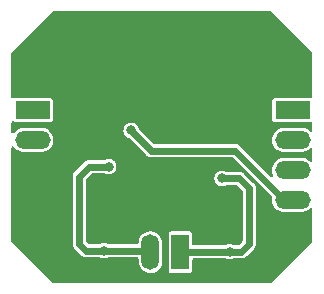
<source format=gbl>
G04 #@! TF.GenerationSoftware,KiCad,Pcbnew,6.0.2-378541a8eb~116~ubuntu20.04.1*
G04 #@! TF.CreationDate,2023-01-27T16:40:07+01:00*
G04 #@! TF.ProjectId,BUCKY_MOTOR_DRIVER,4255434b-595f-44d4-9f54-4f525f445249,rev?*
G04 #@! TF.SameCoordinates,Original*
G04 #@! TF.FileFunction,Copper,L2,Bot*
G04 #@! TF.FilePolarity,Positive*
%FSLAX46Y46*%
G04 Gerber Fmt 4.6, Leading zero omitted, Abs format (unit mm)*
G04 Created by KiCad (PCBNEW 6.0.2-378541a8eb~116~ubuntu20.04.1) date 2023-01-27 16:40:07*
%MOMM*%
%LPD*%
G01*
G04 APERTURE LIST*
G04 #@! TA.AperFunction,ComponentPad*
%ADD10R,1.500000X3.000000*%
G04 #@! TD*
G04 #@! TA.AperFunction,ComponentPad*
%ADD11O,1.500000X3.000000*%
G04 #@! TD*
G04 #@! TA.AperFunction,ComponentPad*
%ADD12R,3.000000X1.500000*%
G04 #@! TD*
G04 #@! TA.AperFunction,ComponentPad*
%ADD13O,3.000000X1.500000*%
G04 #@! TD*
G04 #@! TA.AperFunction,ViaPad*
%ADD14C,0.800000*%
G04 #@! TD*
G04 #@! TA.AperFunction,Conductor*
%ADD15C,0.610000*%
G04 #@! TD*
G04 APERTURE END LIST*
D10*
X134775000Y-68000000D03*
D11*
X132235000Y-68000000D03*
D12*
X144275000Y-55950000D03*
D13*
X144275000Y-58490000D03*
X144275000Y-61030000D03*
X144275000Y-63570000D03*
D12*
X122250000Y-55950000D03*
D13*
X122250000Y-58490000D03*
X122250000Y-61030000D03*
X122250000Y-63570000D03*
D14*
X142000000Y-48400000D03*
X145000000Y-51400000D03*
X145000000Y-66600000D03*
X141800000Y-69800000D03*
X124400000Y-69800000D03*
X121400000Y-67000000D03*
X121600000Y-50600000D03*
X124200000Y-48400000D03*
X123000000Y-49400000D03*
X143400000Y-49800000D03*
X143400000Y-68200000D03*
X123000000Y-68400000D03*
X130600000Y-57700000D03*
X128700000Y-60750000D03*
X128300000Y-67862500D03*
X133600000Y-64300000D03*
X128300000Y-64300000D03*
X138900000Y-64300000D03*
X138937500Y-67962500D03*
X138300000Y-61750000D03*
D15*
X143570000Y-63570000D02*
X144275000Y-63570000D01*
X139400000Y-59400000D02*
X143570000Y-63570000D01*
X130600000Y-57700000D02*
X132300000Y-59400000D01*
X132300000Y-59400000D02*
X139400000Y-59400000D01*
X128700000Y-60750000D02*
X127050000Y-60750000D01*
X126762500Y-67862500D02*
X128300000Y-67862500D01*
X127050000Y-60750000D02*
X126200000Y-61600000D01*
X126200000Y-61600000D02*
X126200000Y-67300000D01*
X128300000Y-67862500D02*
X132097500Y-67862500D01*
X126200000Y-67300000D02*
X126762500Y-67862500D01*
X140600000Y-67300000D02*
X139937500Y-67962500D01*
X139937500Y-67962500D02*
X138937500Y-67962500D01*
X138900000Y-67962500D02*
X134812500Y-67962500D01*
X140600000Y-62600000D02*
X140600000Y-67300000D01*
X138300000Y-61750000D02*
X139750000Y-61750000D01*
X139750000Y-61750000D02*
X140600000Y-62600000D01*
G04 #@! TA.AperFunction,Conductor*
G36*
X142410721Y-47574002D02*
G01*
X142431695Y-47590905D01*
X145909095Y-51068306D01*
X145943121Y-51130618D01*
X145946000Y-51157401D01*
X145946000Y-54821463D01*
X145925998Y-54889584D01*
X145872342Y-54936077D01*
X145807651Y-54946856D01*
X145806132Y-54946706D01*
X145800067Y-54945500D01*
X144275494Y-54945500D01*
X142749934Y-54945501D01*
X142714182Y-54952612D01*
X142687874Y-54957844D01*
X142687872Y-54957845D01*
X142675699Y-54960266D01*
X142665379Y-54967161D01*
X142665378Y-54967162D01*
X142658271Y-54971911D01*
X142591516Y-55016516D01*
X142535266Y-55100699D01*
X142520500Y-55174933D01*
X142520501Y-56725066D01*
X142535266Y-56799301D01*
X142591516Y-56883484D01*
X142675699Y-56939734D01*
X142749933Y-56954500D01*
X142756120Y-56954500D01*
X144275369Y-56954499D01*
X145800066Y-56954499D01*
X145806130Y-56953293D01*
X145807652Y-56953143D01*
X145877405Y-56966372D01*
X145928932Y-57015213D01*
X145946000Y-57078536D01*
X145946000Y-57685321D01*
X145925998Y-57753442D01*
X145872342Y-57799935D01*
X145802068Y-57810039D01*
X145737488Y-57780545D01*
X145728451Y-57771894D01*
X145689131Y-57730314D01*
X145684746Y-57725677D01*
X145638216Y-57693096D01*
X145522815Y-57612292D01*
X145522814Y-57612291D01*
X145517582Y-57608628D01*
X145330297Y-57527582D01*
X145130540Y-57485851D01*
X145125700Y-57485597D01*
X145125697Y-57485597D01*
X145125641Y-57485594D01*
X145123842Y-57485500D01*
X143474003Y-57485500D01*
X143425784Y-57490398D01*
X143328324Y-57500297D01*
X143328322Y-57500297D01*
X143321976Y-57500942D01*
X143127245Y-57561967D01*
X143121656Y-57565065D01*
X143047981Y-57605904D01*
X142948762Y-57660902D01*
X142793818Y-57793705D01*
X142668743Y-57954951D01*
X142665928Y-57960672D01*
X142581460Y-58132332D01*
X142581458Y-58132337D01*
X142578645Y-58138054D01*
X142527206Y-58335533D01*
X142516525Y-58539323D01*
X142547041Y-58741097D01*
X142617506Y-58932615D01*
X142725041Y-59106051D01*
X142865254Y-59254323D01*
X142870484Y-59257985D01*
X142870485Y-59257986D01*
X142962180Y-59322191D01*
X143032418Y-59371372D01*
X143219703Y-59452418D01*
X143419460Y-59494149D01*
X143424300Y-59494403D01*
X143424303Y-59494403D01*
X143424359Y-59494406D01*
X143426158Y-59494500D01*
X145075997Y-59494500D01*
X145124216Y-59489602D01*
X145221676Y-59479703D01*
X145221678Y-59479703D01*
X145228024Y-59479058D01*
X145422755Y-59418033D01*
X145601238Y-59319098D01*
X145738002Y-59201877D01*
X145802741Y-59172733D01*
X145872960Y-59183215D01*
X145926364Y-59229997D01*
X145946000Y-59297545D01*
X145946000Y-60225321D01*
X145925998Y-60293442D01*
X145872342Y-60339935D01*
X145802068Y-60350039D01*
X145737488Y-60320545D01*
X145728451Y-60311894D01*
X145689131Y-60270314D01*
X145684746Y-60265677D01*
X145661392Y-60249324D01*
X145522815Y-60152292D01*
X145522814Y-60152291D01*
X145517582Y-60148628D01*
X145330297Y-60067582D01*
X145130540Y-60025851D01*
X145125700Y-60025597D01*
X145125697Y-60025597D01*
X145125641Y-60025594D01*
X145123842Y-60025500D01*
X143474003Y-60025500D01*
X143425784Y-60030398D01*
X143328324Y-60040297D01*
X143328322Y-60040297D01*
X143321976Y-60040942D01*
X143127245Y-60101967D01*
X142948762Y-60200902D01*
X142793818Y-60333705D01*
X142668743Y-60494951D01*
X142665928Y-60500672D01*
X142581460Y-60672332D01*
X142581458Y-60672337D01*
X142578645Y-60678054D01*
X142527206Y-60875533D01*
X142524842Y-60920641D01*
X142517508Y-61060571D01*
X142516525Y-61079323D01*
X142547041Y-61281097D01*
X142617506Y-61472615D01*
X142620875Y-61478048D01*
X142623667Y-61483773D01*
X142622523Y-61484331D01*
X142639611Y-61546236D01*
X142618503Y-61614023D01*
X142564098Y-61659636D01*
X142493669Y-61668595D01*
X142424535Y-61633282D01*
X139806389Y-59015137D01*
X139802735Y-59011328D01*
X139765805Y-58971167D01*
X139759992Y-58964845D01*
X139722324Y-58941489D01*
X139712548Y-58934770D01*
X139684087Y-58913167D01*
X139684082Y-58913164D01*
X139677243Y-58907973D01*
X139669259Y-58904812D01*
X139669256Y-58904810D01*
X139662863Y-58902279D01*
X139642853Y-58892215D01*
X139637011Y-58888593D01*
X139637010Y-58888592D01*
X139629709Y-58884066D01*
X139602071Y-58876037D01*
X139587158Y-58871704D01*
X139575928Y-58867859D01*
X139542703Y-58854704D01*
X139542696Y-58854702D01*
X139534714Y-58851542D01*
X139526174Y-58850644D01*
X139526172Y-58850644D01*
X139519329Y-58849925D01*
X139497348Y-58845612D01*
X139488842Y-58843141D01*
X139488843Y-58843141D01*
X139482502Y-58841299D01*
X139475104Y-58840756D01*
X139473929Y-58840669D01*
X139473918Y-58840669D01*
X139471622Y-58840500D01*
X139436258Y-58840500D01*
X139423088Y-58839810D01*
X139390805Y-58836417D01*
X139382261Y-58835519D01*
X139373789Y-58836952D01*
X139373787Y-58836952D01*
X139363247Y-58838735D01*
X139342234Y-58840500D01*
X132583943Y-58840500D01*
X132515822Y-58820498D01*
X132494848Y-58803595D01*
X131263280Y-57572028D01*
X131234509Y-57527471D01*
X131186964Y-57401649D01*
X131184280Y-57394546D01*
X131094553Y-57263992D01*
X130976275Y-57158611D01*
X130968889Y-57154700D01*
X130842988Y-57088039D01*
X130842989Y-57088039D01*
X130836274Y-57084484D01*
X130682633Y-57045892D01*
X130675034Y-57045852D01*
X130675033Y-57045852D01*
X130609181Y-57045507D01*
X130524221Y-57045062D01*
X130516841Y-57046834D01*
X130516839Y-57046834D01*
X130377563Y-57080271D01*
X130377560Y-57080272D01*
X130370184Y-57082043D01*
X130229414Y-57154700D01*
X130110039Y-57258838D01*
X130018950Y-57388444D01*
X130016190Y-57395524D01*
X129964746Y-57527471D01*
X129961406Y-57536037D01*
X129960414Y-57543570D01*
X129960414Y-57543571D01*
X129941753Y-57685321D01*
X129940729Y-57693096D01*
X129949421Y-57771825D01*
X129952525Y-57799935D01*
X129958113Y-57850553D01*
X129960723Y-57857684D01*
X129960723Y-57857686D01*
X129996317Y-57954951D01*
X130012553Y-57999319D01*
X130100908Y-58130805D01*
X130106527Y-58135918D01*
X130106528Y-58135919D01*
X130115662Y-58144230D01*
X130218076Y-58237419D01*
X130357293Y-58313008D01*
X130364635Y-58314934D01*
X130364637Y-58314935D01*
X130411683Y-58327277D01*
X130468805Y-58360058D01*
X131893611Y-59784863D01*
X131897265Y-59788672D01*
X131940008Y-59835155D01*
X131977676Y-59858511D01*
X131987452Y-59865230D01*
X132015913Y-59886833D01*
X132015918Y-59886836D01*
X132022757Y-59892027D01*
X132030741Y-59895188D01*
X132030744Y-59895190D01*
X132037137Y-59897721D01*
X132057147Y-59907785D01*
X132070291Y-59915934D01*
X132097929Y-59923963D01*
X132112842Y-59928296D01*
X132124072Y-59932141D01*
X132157297Y-59945296D01*
X132157304Y-59945298D01*
X132165286Y-59948458D01*
X132173826Y-59949356D01*
X132173828Y-59949356D01*
X132180671Y-59950075D01*
X132202653Y-59954388D01*
X132217498Y-59958701D01*
X132224896Y-59959244D01*
X132226071Y-59959331D01*
X132226082Y-59959331D01*
X132228378Y-59959500D01*
X132263742Y-59959500D01*
X132276912Y-59960190D01*
X132317739Y-59964481D01*
X132326211Y-59963048D01*
X132326213Y-59963048D01*
X132336753Y-59961265D01*
X132357766Y-59959500D01*
X139116057Y-59959500D01*
X139184178Y-59979502D01*
X139205152Y-59996405D01*
X142496240Y-63287493D01*
X142530266Y-63349805D01*
X142529188Y-63402953D01*
X142529791Y-63403046D01*
X142529095Y-63407542D01*
X142529079Y-63408340D01*
X142528814Y-63409357D01*
X142528813Y-63409363D01*
X142527206Y-63415533D01*
X142516525Y-63619323D01*
X142547041Y-63821097D01*
X142617506Y-64012615D01*
X142725041Y-64186051D01*
X142865254Y-64334323D01*
X142870484Y-64337985D01*
X142870485Y-64337986D01*
X142962180Y-64402191D01*
X143032418Y-64451372D01*
X143219703Y-64532418D01*
X143419460Y-64574149D01*
X143424300Y-64574403D01*
X143424303Y-64574403D01*
X143424359Y-64574406D01*
X143426158Y-64574500D01*
X145075997Y-64574500D01*
X145124216Y-64569602D01*
X145221676Y-64559703D01*
X145221678Y-64559703D01*
X145228024Y-64559058D01*
X145422755Y-64498033D01*
X145601238Y-64399098D01*
X145738002Y-64281877D01*
X145802741Y-64252733D01*
X145872960Y-64263215D01*
X145926364Y-64309997D01*
X145946000Y-64377545D01*
X145946000Y-67042599D01*
X145925998Y-67110720D01*
X145909095Y-67131694D01*
X142431695Y-70609095D01*
X142369383Y-70643121D01*
X142342600Y-70646000D01*
X124057401Y-70646000D01*
X123989280Y-70625998D01*
X123968306Y-70609095D01*
X120490905Y-67131695D01*
X120456879Y-67069383D01*
X120454000Y-67042600D01*
X120454000Y-61617739D01*
X125635519Y-61617739D01*
X125636952Y-61626211D01*
X125636952Y-61626213D01*
X125638735Y-61636753D01*
X125640500Y-61657766D01*
X125640500Y-67284819D01*
X125640389Y-67290096D01*
X125637746Y-67353148D01*
X125646116Y-67388835D01*
X125647867Y-67396299D01*
X125650030Y-67407971D01*
X125654788Y-67442703D01*
X125656044Y-67451875D01*
X125659455Y-67459757D01*
X125659455Y-67459758D01*
X125662186Y-67466069D01*
X125669218Y-67487332D01*
X125670788Y-67494024D01*
X125672751Y-67502392D01*
X125676891Y-67509922D01*
X125676891Y-67509923D01*
X125694101Y-67541229D01*
X125699323Y-67551888D01*
X125716924Y-67592561D01*
X125722331Y-67599237D01*
X125722331Y-67599238D01*
X125726654Y-67604576D01*
X125739153Y-67623175D01*
X125746601Y-67636724D01*
X125753729Y-67644982D01*
X125778732Y-67669985D01*
X125787557Y-67679785D01*
X125813395Y-67711692D01*
X125820397Y-67716668D01*
X125820400Y-67716671D01*
X125829118Y-67722867D01*
X125845223Y-67736476D01*
X126356123Y-68247375D01*
X126359777Y-68251185D01*
X126402508Y-68297655D01*
X126440176Y-68321011D01*
X126449952Y-68327730D01*
X126478416Y-68349335D01*
X126478419Y-68349337D01*
X126485257Y-68354527D01*
X126493237Y-68357686D01*
X126493243Y-68357690D01*
X126499639Y-68360222D01*
X126519648Y-68370285D01*
X126532791Y-68378434D01*
X126575348Y-68390798D01*
X126586577Y-68394643D01*
X126619797Y-68407796D01*
X126619801Y-68407797D01*
X126627785Y-68410958D01*
X126636328Y-68411856D01*
X126636329Y-68411856D01*
X126639251Y-68412163D01*
X126643164Y-68412574D01*
X126665150Y-68416887D01*
X126679998Y-68421201D01*
X126686575Y-68421684D01*
X126688571Y-68421831D01*
X126688582Y-68421831D01*
X126690878Y-68422000D01*
X126726241Y-68422000D01*
X126739411Y-68422690D01*
X126771694Y-68426083D01*
X126771695Y-68426083D01*
X126780239Y-68426981D01*
X126788711Y-68425548D01*
X126788713Y-68425548D01*
X126799253Y-68423765D01*
X126820266Y-68422000D01*
X127926744Y-68422000D01*
X127986866Y-68437269D01*
X128057293Y-68475508D01*
X128210522Y-68515707D01*
X128294477Y-68517026D01*
X128361319Y-68518076D01*
X128361322Y-68518076D01*
X128368916Y-68518195D01*
X128523332Y-68482829D01*
X128617565Y-68435435D01*
X128674179Y-68422000D01*
X131104500Y-68422000D01*
X131172621Y-68442002D01*
X131219114Y-68495658D01*
X131230500Y-68548000D01*
X131230500Y-68800997D01*
X131245942Y-68953024D01*
X131306967Y-69147755D01*
X131405902Y-69326238D01*
X131538705Y-69481182D01*
X131699951Y-69606257D01*
X131705673Y-69609072D01*
X131705672Y-69609072D01*
X131877332Y-69693540D01*
X131877337Y-69693542D01*
X131883054Y-69696355D01*
X131889227Y-69697963D01*
X131889230Y-69697964D01*
X131995919Y-69725754D01*
X132080533Y-69747794D01*
X132182428Y-69753135D01*
X132277942Y-69758141D01*
X132277946Y-69758141D01*
X132284323Y-69758475D01*
X132486097Y-69727959D01*
X132677615Y-69657494D01*
X132851051Y-69549959D01*
X132999323Y-69409746D01*
X133116372Y-69242582D01*
X133197418Y-69055297D01*
X133239149Y-68855540D01*
X133239500Y-68848842D01*
X133239500Y-67199003D01*
X133224058Y-67046976D01*
X133163033Y-66852245D01*
X133064098Y-66673762D01*
X132931295Y-66518818D01*
X132874719Y-66474933D01*
X133770500Y-66474933D01*
X133770501Y-69525066D01*
X133785266Y-69599301D01*
X133841516Y-69683484D01*
X133925699Y-69739734D01*
X133999933Y-69754500D01*
X134774874Y-69754500D01*
X135550066Y-69754499D01*
X135591877Y-69746183D01*
X135612126Y-69742156D01*
X135612128Y-69742155D01*
X135624301Y-69739734D01*
X135634621Y-69732839D01*
X135634622Y-69732838D01*
X135698168Y-69690377D01*
X135708484Y-69683484D01*
X135764734Y-69599301D01*
X135779500Y-69525067D01*
X135779500Y-68648000D01*
X135799502Y-68579879D01*
X135853158Y-68533386D01*
X135905500Y-68522000D01*
X138564244Y-68522000D01*
X138624366Y-68537269D01*
X138694793Y-68575508D01*
X138848022Y-68615707D01*
X138931977Y-68617026D01*
X138998819Y-68618076D01*
X138998822Y-68618076D01*
X139006416Y-68618195D01*
X139160832Y-68582829D01*
X139255065Y-68535435D01*
X139311679Y-68522000D01*
X139922319Y-68522000D01*
X139927596Y-68522111D01*
X139990648Y-68524754D01*
X140033802Y-68514632D01*
X140045468Y-68512471D01*
X140055676Y-68511072D01*
X140080866Y-68507622D01*
X140080869Y-68507621D01*
X140089375Y-68506456D01*
X140097257Y-68503045D01*
X140097258Y-68503045D01*
X140103569Y-68500314D01*
X140124832Y-68493282D01*
X140131524Y-68491712D01*
X140131526Y-68491711D01*
X140139892Y-68489749D01*
X140147423Y-68485609D01*
X140178729Y-68468399D01*
X140189388Y-68463177D01*
X140222177Y-68448988D01*
X140222178Y-68448987D01*
X140230061Y-68445576D01*
X140242076Y-68435846D01*
X140260677Y-68423346D01*
X140274224Y-68415899D01*
X140282482Y-68408771D01*
X140307485Y-68383768D01*
X140317285Y-68374943D01*
X140335464Y-68360222D01*
X140349192Y-68349105D01*
X140360366Y-68333381D01*
X140373979Y-68317273D01*
X140984863Y-67706389D01*
X140988672Y-67702735D01*
X141013630Y-67679785D01*
X141035155Y-67659992D01*
X141043448Y-67646618D01*
X141058510Y-67622324D01*
X141065234Y-67612540D01*
X141086834Y-67584083D01*
X141092026Y-67577243D01*
X141095189Y-67569254D01*
X141097719Y-67562865D01*
X141107784Y-67542854D01*
X141111405Y-67537014D01*
X141111406Y-67537011D01*
X141115934Y-67529709D01*
X141121683Y-67509923D01*
X141128300Y-67487147D01*
X141132145Y-67475918D01*
X141145296Y-67442703D01*
X141145297Y-67442699D01*
X141148458Y-67434715D01*
X141150074Y-67419336D01*
X141154388Y-67397346D01*
X141154693Y-67396299D01*
X141158701Y-67382502D01*
X141159500Y-67371622D01*
X141159500Y-67336259D01*
X141160190Y-67323089D01*
X141163583Y-67290806D01*
X141163583Y-67290805D01*
X141164481Y-67282261D01*
X141161265Y-67263247D01*
X141159500Y-67242234D01*
X141159500Y-62615182D01*
X141159611Y-62609905D01*
X141161019Y-62576311D01*
X141162254Y-62546852D01*
X141159241Y-62534005D01*
X141152132Y-62503695D01*
X141149969Y-62492023D01*
X141145122Y-62456640D01*
X141143956Y-62448125D01*
X141137818Y-62433941D01*
X141130781Y-62412665D01*
X141129212Y-62405973D01*
X141129211Y-62405970D01*
X141127250Y-62397609D01*
X141123112Y-62390082D01*
X141123110Y-62390077D01*
X141105899Y-62358771D01*
X141100676Y-62348111D01*
X141092623Y-62329502D01*
X141083076Y-62307439D01*
X141073342Y-62295419D01*
X141060844Y-62276820D01*
X141056578Y-62269059D01*
X141056577Y-62269057D01*
X141053399Y-62263277D01*
X141046271Y-62255018D01*
X141021268Y-62230015D01*
X141012443Y-62220215D01*
X140992011Y-62194984D01*
X140986605Y-62188308D01*
X140970881Y-62177134D01*
X140954773Y-62163521D01*
X140156389Y-61365137D01*
X140152735Y-61361328D01*
X140124612Y-61330744D01*
X140109992Y-61314845D01*
X140072324Y-61291489D01*
X140062548Y-61284770D01*
X140034087Y-61263167D01*
X140034082Y-61263164D01*
X140027243Y-61257973D01*
X140019259Y-61254812D01*
X140019256Y-61254810D01*
X140012863Y-61252279D01*
X139992853Y-61242215D01*
X139987011Y-61238593D01*
X139987010Y-61238592D01*
X139979709Y-61234066D01*
X139952071Y-61226037D01*
X139937158Y-61221704D01*
X139925928Y-61217859D01*
X139892703Y-61204704D01*
X139892696Y-61204702D01*
X139884714Y-61201542D01*
X139876174Y-61200644D01*
X139876172Y-61200644D01*
X139869329Y-61199925D01*
X139847348Y-61195612D01*
X139838842Y-61193141D01*
X139838843Y-61193141D01*
X139832502Y-61191299D01*
X139825104Y-61190756D01*
X139823929Y-61190669D01*
X139823918Y-61190669D01*
X139821622Y-61190500D01*
X139786258Y-61190500D01*
X139773088Y-61189810D01*
X139740805Y-61186417D01*
X139732261Y-61185519D01*
X139723789Y-61186952D01*
X139723787Y-61186952D01*
X139713247Y-61188735D01*
X139692234Y-61190500D01*
X138673368Y-61190500D01*
X138614409Y-61175854D01*
X138542987Y-61138038D01*
X138542984Y-61138037D01*
X138536274Y-61134484D01*
X138382633Y-61095892D01*
X138375034Y-61095852D01*
X138375033Y-61095852D01*
X138309181Y-61095507D01*
X138224221Y-61095062D01*
X138216841Y-61096834D01*
X138216839Y-61096834D01*
X138077563Y-61130271D01*
X138077560Y-61130272D01*
X138070184Y-61132043D01*
X137929414Y-61204700D01*
X137810039Y-61308838D01*
X137718950Y-61438444D01*
X137698128Y-61491851D01*
X137664964Y-61576912D01*
X137661406Y-61586037D01*
X137660414Y-61593570D01*
X137660414Y-61593571D01*
X137642941Y-61726295D01*
X137640729Y-61743096D01*
X137641563Y-61750646D01*
X137653878Y-61862191D01*
X137658113Y-61900553D01*
X137660723Y-61907684D01*
X137660723Y-61907686D01*
X137707095Y-62034403D01*
X137712553Y-62049319D01*
X137716789Y-62055622D01*
X137716789Y-62055623D01*
X137789294Y-62163521D01*
X137800908Y-62180805D01*
X137806527Y-62185918D01*
X137806528Y-62185919D01*
X137884393Y-62256770D01*
X137918076Y-62287419D01*
X138057293Y-62363008D01*
X138210522Y-62403207D01*
X138294477Y-62404526D01*
X138361319Y-62405576D01*
X138361322Y-62405576D01*
X138368916Y-62405695D01*
X138523332Y-62370329D01*
X138617565Y-62322935D01*
X138674179Y-62309500D01*
X139466057Y-62309500D01*
X139534178Y-62329502D01*
X139555152Y-62346405D01*
X140003595Y-62794848D01*
X140037621Y-62857160D01*
X140040500Y-62883943D01*
X140040500Y-67016058D01*
X140020498Y-67084179D01*
X140003595Y-67105153D01*
X139742653Y-67366095D01*
X139680341Y-67400121D01*
X139653558Y-67403000D01*
X139310868Y-67403000D01*
X139251909Y-67388354D01*
X139180487Y-67350538D01*
X139180484Y-67350537D01*
X139173774Y-67346984D01*
X139020133Y-67308392D01*
X139012534Y-67308352D01*
X139012533Y-67308352D01*
X138946681Y-67308007D01*
X138861721Y-67307562D01*
X138854341Y-67309334D01*
X138854339Y-67309334D01*
X138715063Y-67342771D01*
X138715060Y-67342772D01*
X138707684Y-67344543D01*
X138665928Y-67366095D01*
X138621616Y-67388966D01*
X138563826Y-67403000D01*
X135905499Y-67403000D01*
X135837378Y-67382998D01*
X135790885Y-67329342D01*
X135779499Y-67277000D01*
X135779499Y-66474934D01*
X135764734Y-66400699D01*
X135708484Y-66316516D01*
X135624301Y-66260266D01*
X135550067Y-66245500D01*
X134775126Y-66245500D01*
X133999934Y-66245501D01*
X133967902Y-66251872D01*
X133937874Y-66257844D01*
X133937872Y-66257845D01*
X133925699Y-66260266D01*
X133915379Y-66267161D01*
X133915378Y-66267162D01*
X133863187Y-66302036D01*
X133841516Y-66316516D01*
X133785266Y-66400699D01*
X133770500Y-66474933D01*
X132874719Y-66474933D01*
X132770049Y-66393743D01*
X132661439Y-66340300D01*
X132592668Y-66306460D01*
X132592663Y-66306458D01*
X132586946Y-66303645D01*
X132580773Y-66302037D01*
X132580770Y-66302036D01*
X132446884Y-66267162D01*
X132389467Y-66252206D01*
X132284548Y-66246707D01*
X132192058Y-66241859D01*
X132192054Y-66241859D01*
X132185677Y-66241525D01*
X131983903Y-66272041D01*
X131792385Y-66342506D01*
X131618949Y-66450041D01*
X131470677Y-66590254D01*
X131353628Y-66757418D01*
X131272582Y-66944703D01*
X131230851Y-67144460D01*
X131230500Y-67151158D01*
X131230500Y-67177000D01*
X131210498Y-67245121D01*
X131156842Y-67291614D01*
X131104500Y-67303000D01*
X128673368Y-67303000D01*
X128614409Y-67288354D01*
X128542987Y-67250538D01*
X128542984Y-67250537D01*
X128536274Y-67246984D01*
X128382633Y-67208392D01*
X128375034Y-67208352D01*
X128375033Y-67208352D01*
X128309181Y-67208007D01*
X128224221Y-67207562D01*
X128216841Y-67209334D01*
X128216839Y-67209334D01*
X128077563Y-67242771D01*
X128077560Y-67242772D01*
X128070184Y-67244543D01*
X128063439Y-67248024D01*
X128063440Y-67248024D01*
X127984116Y-67288966D01*
X127926326Y-67303000D01*
X127046444Y-67303000D01*
X126978323Y-67282998D01*
X126957349Y-67266096D01*
X126796405Y-67105153D01*
X126762380Y-67042841D01*
X126759500Y-67016057D01*
X126759500Y-61883943D01*
X126779502Y-61815822D01*
X126796405Y-61794848D01*
X127244848Y-61346405D01*
X127307160Y-61312379D01*
X127333943Y-61309500D01*
X128326744Y-61309500D01*
X128386866Y-61324769D01*
X128457293Y-61363008D01*
X128610522Y-61403207D01*
X128694477Y-61404526D01*
X128761319Y-61405576D01*
X128761322Y-61405576D01*
X128768916Y-61405695D01*
X128923332Y-61370329D01*
X129013919Y-61324769D01*
X129058072Y-61302563D01*
X129058075Y-61302561D01*
X129064855Y-61299151D01*
X129070626Y-61294222D01*
X129070629Y-61294220D01*
X129179536Y-61201204D01*
X129179536Y-61201203D01*
X129185314Y-61196269D01*
X129277755Y-61067624D01*
X129336842Y-60920641D01*
X129359162Y-60763807D01*
X129359307Y-60750000D01*
X129340276Y-60592733D01*
X129284280Y-60444546D01*
X129245239Y-60387741D01*
X129198855Y-60320251D01*
X129198854Y-60320249D01*
X129194553Y-60313992D01*
X129184882Y-60305375D01*
X129136214Y-60262014D01*
X129076275Y-60208611D01*
X128936274Y-60134484D01*
X128782633Y-60095892D01*
X128775034Y-60095852D01*
X128775033Y-60095852D01*
X128709181Y-60095507D01*
X128624221Y-60095062D01*
X128616841Y-60096834D01*
X128616839Y-60096834D01*
X128477563Y-60130271D01*
X128477560Y-60130272D01*
X128470184Y-60132043D01*
X128463439Y-60135524D01*
X128463440Y-60135524D01*
X128384116Y-60176466D01*
X128326326Y-60190500D01*
X127065182Y-60190500D01*
X127059905Y-60190389D01*
X127058931Y-60190348D01*
X126996852Y-60187746D01*
X126988487Y-60189708D01*
X126953695Y-60197868D01*
X126942023Y-60200031D01*
X126935665Y-60200902D01*
X126898125Y-60206044D01*
X126890239Y-60209457D01*
X126890238Y-60209457D01*
X126883942Y-60212182D01*
X126862665Y-60219219D01*
X126855973Y-60220788D01*
X126855970Y-60220789D01*
X126847609Y-60222750D01*
X126840082Y-60226888D01*
X126840077Y-60226890D01*
X126808771Y-60244101D01*
X126798111Y-60249324D01*
X126757439Y-60266924D01*
X126750761Y-60272332D01*
X126745420Y-60276657D01*
X126726824Y-60289154D01*
X126713277Y-60296601D01*
X126705018Y-60303729D01*
X126680015Y-60328732D01*
X126670215Y-60337557D01*
X126638308Y-60363395D01*
X126633333Y-60370396D01*
X126633332Y-60370397D01*
X126627134Y-60379119D01*
X126613521Y-60395227D01*
X125815137Y-61193611D01*
X125811328Y-61197265D01*
X125764845Y-61240008D01*
X125750486Y-61263167D01*
X125741493Y-61277671D01*
X125734770Y-61287452D01*
X125713167Y-61315913D01*
X125713164Y-61315918D01*
X125707973Y-61322757D01*
X125704812Y-61330741D01*
X125704810Y-61330744D01*
X125702279Y-61337137D01*
X125692215Y-61357147D01*
X125689623Y-61361328D01*
X125684066Y-61370291D01*
X125681670Y-61378539D01*
X125671704Y-61412842D01*
X125667859Y-61424072D01*
X125654704Y-61457297D01*
X125654702Y-61457304D01*
X125651542Y-61465286D01*
X125650644Y-61473826D01*
X125650644Y-61473828D01*
X125649925Y-61480671D01*
X125645612Y-61502652D01*
X125641299Y-61517498D01*
X125640500Y-61528378D01*
X125640500Y-61563742D01*
X125639810Y-61576912D01*
X125635519Y-61617739D01*
X120454000Y-61617739D01*
X120454000Y-59151553D01*
X120474002Y-59083432D01*
X120527658Y-59036939D01*
X120597932Y-59026835D01*
X120662512Y-59056329D01*
X120687084Y-59085154D01*
X120700041Y-59106051D01*
X120840254Y-59254323D01*
X120845484Y-59257985D01*
X120845485Y-59257986D01*
X120937180Y-59322191D01*
X121007418Y-59371372D01*
X121194703Y-59452418D01*
X121394460Y-59494149D01*
X121399300Y-59494403D01*
X121399303Y-59494403D01*
X121399359Y-59494406D01*
X121401158Y-59494500D01*
X123050997Y-59494500D01*
X123099216Y-59489602D01*
X123196676Y-59479703D01*
X123196678Y-59479703D01*
X123203024Y-59479058D01*
X123397755Y-59418033D01*
X123576238Y-59319098D01*
X123731182Y-59186295D01*
X123856257Y-59025049D01*
X123898914Y-58938359D01*
X123943540Y-58847668D01*
X123943542Y-58847663D01*
X123946355Y-58841946D01*
X123997794Y-58644467D01*
X124008475Y-58440677D01*
X123977959Y-58238903D01*
X123907494Y-58047385D01*
X123799959Y-57873949D01*
X123659746Y-57725677D01*
X123613216Y-57693096D01*
X123497815Y-57612292D01*
X123497814Y-57612291D01*
X123492582Y-57608628D01*
X123305297Y-57527582D01*
X123105540Y-57485851D01*
X123100700Y-57485597D01*
X123100697Y-57485597D01*
X123100641Y-57485594D01*
X123098842Y-57485500D01*
X121449003Y-57485500D01*
X121400784Y-57490398D01*
X121303324Y-57500297D01*
X121303322Y-57500297D01*
X121296976Y-57500942D01*
X121102245Y-57561967D01*
X121096656Y-57565065D01*
X121022981Y-57605904D01*
X120923762Y-57660902D01*
X120768818Y-57793705D01*
X120679560Y-57908776D01*
X120622003Y-57950343D01*
X120551111Y-57954194D01*
X120489391Y-57919106D01*
X120456439Y-57856220D01*
X120454000Y-57831550D01*
X120454000Y-57044033D01*
X120474002Y-56975912D01*
X120527658Y-56929419D01*
X120597932Y-56919315D01*
X120627806Y-56930767D01*
X120628915Y-56928090D01*
X120640379Y-56932839D01*
X120650699Y-56939734D01*
X120724933Y-56954500D01*
X122249753Y-56954500D01*
X123775066Y-56954499D01*
X123810818Y-56947388D01*
X123837126Y-56942156D01*
X123837128Y-56942155D01*
X123849301Y-56939734D01*
X123859621Y-56932839D01*
X123859622Y-56932838D01*
X123923168Y-56890377D01*
X123933484Y-56883484D01*
X123989734Y-56799301D01*
X124004500Y-56725067D01*
X124004499Y-55174934D01*
X123989734Y-55100699D01*
X123933484Y-55016516D01*
X123849301Y-54960266D01*
X123775067Y-54945500D01*
X122250247Y-54945500D01*
X120724934Y-54945501D01*
X120689182Y-54952612D01*
X120662874Y-54957844D01*
X120662872Y-54957845D01*
X120650699Y-54960266D01*
X120640379Y-54967162D01*
X120628913Y-54971911D01*
X120627234Y-54967858D01*
X120582284Y-54981946D01*
X120513812Y-54963182D01*
X120466354Y-54910378D01*
X120454000Y-54855967D01*
X120454000Y-51157400D01*
X120474002Y-51089279D01*
X120490905Y-51068305D01*
X123968306Y-47590905D01*
X124030618Y-47556879D01*
X124057401Y-47554000D01*
X142342600Y-47554000D01*
X142410721Y-47574002D01*
G37*
G04 #@! TD.AperFunction*
M02*

</source>
